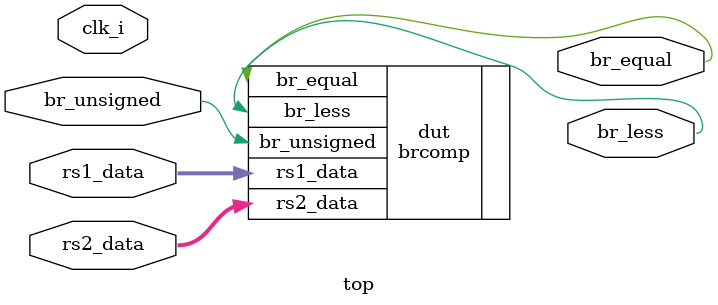
<source format=sv>
module top (

  // inputs
  	input logic		clk_i,
	input logic [31:0] 	rs1_data,
 	input logic [31:0] 	rs2_data,
  	input logic  	 	br_unsigned,
	
  // outputs
  	output logic 		br_less,
  	output logic 		br_equal
);

	brcomp dut (
		.rs1_data    (rs1_data ),
		.rs2_data    (rs2_data ),
		.br_unsigned (br_unsigned),
		.br_less     (br_less  ),
		.br_equal    (br_equal)
	);
  
	always @(posedge clk_i) begin: proc_assertions
		if (rs1_data == rs2_data) 
			assert ( (br_equal == 1) && (br_less == 0) );
		if (rs1_data < rs2_data)
			assert ( (br_equal == 0) && (br_less == 1) );
		if (rs1_data > rs2_data)
			assert ( (br_equal == 0) && (br_less == 0) );
 	end

endmodule : top

</source>
